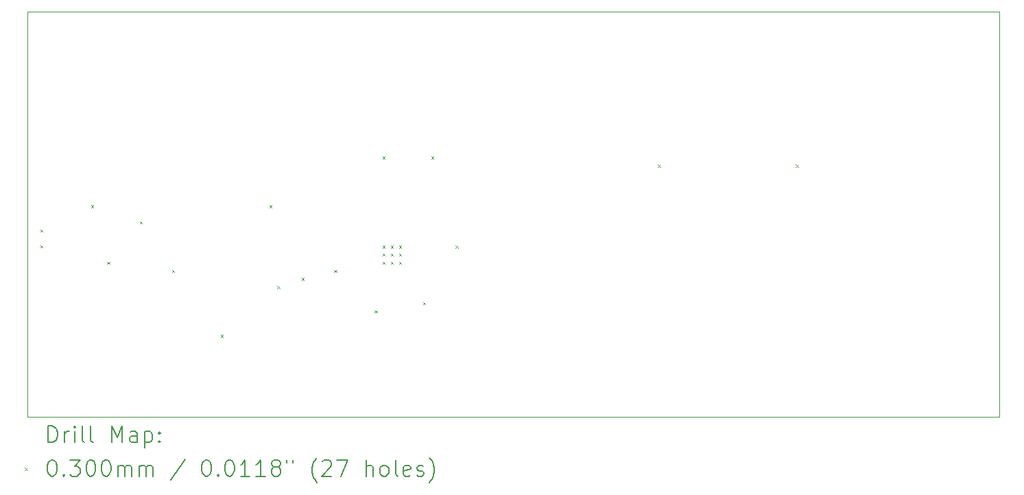
<source format=gbr>
%TF.GenerationSoftware,KiCad,Pcbnew,8.0.4*%
%TF.CreationDate,2024-11-13T20:22:53-08:00*%
%TF.ProjectId,Butterfly_v0,42757474-6572-4666-9c79-5f76302e6b69,rev?*%
%TF.SameCoordinates,Original*%
%TF.FileFunction,Drillmap*%
%TF.FilePolarity,Positive*%
%FSLAX45Y45*%
G04 Gerber Fmt 4.5, Leading zero omitted, Abs format (unit mm)*
G04 Created by KiCad (PCBNEW 8.0.4) date 2024-11-13 20:22:53*
%MOMM*%
%LPD*%
G01*
G04 APERTURE LIST*
%ADD10C,0.050000*%
%ADD11C,0.200000*%
%ADD12C,0.100000*%
G04 APERTURE END LIST*
D10*
X5000000Y-5000000D02*
X17000000Y-5000000D01*
X17000000Y-10000000D01*
X5000000Y-10000000D01*
X5000000Y-5000000D01*
D11*
D12*
X5160000Y-7688750D02*
X5190000Y-7718750D01*
X5190000Y-7688750D02*
X5160000Y-7718750D01*
X5160000Y-7881250D02*
X5190000Y-7911250D01*
X5190000Y-7881250D02*
X5160000Y-7911250D01*
X5785000Y-7385000D02*
X5815000Y-7415000D01*
X5815000Y-7385000D02*
X5785000Y-7415000D01*
X5985000Y-8085000D02*
X6015000Y-8115000D01*
X6015000Y-8085000D02*
X5985000Y-8115000D01*
X6385000Y-7585000D02*
X6415000Y-7615000D01*
X6415000Y-7585000D02*
X6385000Y-7615000D01*
X6785000Y-8185000D02*
X6815000Y-8215000D01*
X6815000Y-8185000D02*
X6785000Y-8215000D01*
X7385000Y-8985000D02*
X7415000Y-9015000D01*
X7415000Y-8985000D02*
X7385000Y-9015000D01*
X7985000Y-7385000D02*
X8015000Y-7415000D01*
X8015000Y-7385000D02*
X7985000Y-7415000D01*
X8085000Y-8385000D02*
X8115000Y-8415000D01*
X8115000Y-8385000D02*
X8085000Y-8415000D01*
X8385000Y-8285000D02*
X8415000Y-8315000D01*
X8415000Y-8285000D02*
X8385000Y-8315000D01*
X8785000Y-8185000D02*
X8815000Y-8215000D01*
X8815000Y-8185000D02*
X8785000Y-8215000D01*
X9285000Y-8685000D02*
X9315000Y-8715000D01*
X9315000Y-8685000D02*
X9285000Y-8715000D01*
X9385000Y-6785000D02*
X9415000Y-6815000D01*
X9415000Y-6785000D02*
X9385000Y-6815000D01*
X9385000Y-7885000D02*
X9415000Y-7915000D01*
X9415000Y-7885000D02*
X9385000Y-7915000D01*
X9385000Y-7985000D02*
X9415000Y-8015000D01*
X9415000Y-7985000D02*
X9385000Y-8015000D01*
X9385000Y-8085000D02*
X9415000Y-8115000D01*
X9415000Y-8085000D02*
X9385000Y-8115000D01*
X9485000Y-7885000D02*
X9515000Y-7915000D01*
X9515000Y-7885000D02*
X9485000Y-7915000D01*
X9485000Y-7985000D02*
X9515000Y-8015000D01*
X9515000Y-7985000D02*
X9485000Y-8015000D01*
X9485000Y-8085000D02*
X9515000Y-8115000D01*
X9515000Y-8085000D02*
X9485000Y-8115000D01*
X9585000Y-7885000D02*
X9615000Y-7915000D01*
X9615000Y-7885000D02*
X9585000Y-7915000D01*
X9585000Y-7985000D02*
X9615000Y-8015000D01*
X9615000Y-7985000D02*
X9585000Y-8015000D01*
X9585000Y-8085000D02*
X9615000Y-8115000D01*
X9615000Y-8085000D02*
X9585000Y-8115000D01*
X9885000Y-8585000D02*
X9915000Y-8615000D01*
X9915000Y-8585000D02*
X9885000Y-8615000D01*
X9985000Y-6785000D02*
X10015000Y-6815000D01*
X10015000Y-6785000D02*
X9985000Y-6815000D01*
X10285000Y-7885000D02*
X10315000Y-7915000D01*
X10315000Y-7885000D02*
X10285000Y-7915000D01*
X12785000Y-6885000D02*
X12815000Y-6915000D01*
X12815000Y-6885000D02*
X12785000Y-6915000D01*
X14485000Y-6885000D02*
X14515000Y-6915000D01*
X14515000Y-6885000D02*
X14485000Y-6915000D01*
D11*
X5258277Y-10313984D02*
X5258277Y-10113984D01*
X5258277Y-10113984D02*
X5305896Y-10113984D01*
X5305896Y-10113984D02*
X5334467Y-10123508D01*
X5334467Y-10123508D02*
X5353515Y-10142555D01*
X5353515Y-10142555D02*
X5363039Y-10161603D01*
X5363039Y-10161603D02*
X5372563Y-10199698D01*
X5372563Y-10199698D02*
X5372563Y-10228270D01*
X5372563Y-10228270D02*
X5363039Y-10266365D01*
X5363039Y-10266365D02*
X5353515Y-10285412D01*
X5353515Y-10285412D02*
X5334467Y-10304460D01*
X5334467Y-10304460D02*
X5305896Y-10313984D01*
X5305896Y-10313984D02*
X5258277Y-10313984D01*
X5458277Y-10313984D02*
X5458277Y-10180650D01*
X5458277Y-10218746D02*
X5467801Y-10199698D01*
X5467801Y-10199698D02*
X5477324Y-10190174D01*
X5477324Y-10190174D02*
X5496372Y-10180650D01*
X5496372Y-10180650D02*
X5515420Y-10180650D01*
X5582086Y-10313984D02*
X5582086Y-10180650D01*
X5582086Y-10113984D02*
X5572563Y-10123508D01*
X5572563Y-10123508D02*
X5582086Y-10133031D01*
X5582086Y-10133031D02*
X5591610Y-10123508D01*
X5591610Y-10123508D02*
X5582086Y-10113984D01*
X5582086Y-10113984D02*
X5582086Y-10133031D01*
X5705896Y-10313984D02*
X5686848Y-10304460D01*
X5686848Y-10304460D02*
X5677324Y-10285412D01*
X5677324Y-10285412D02*
X5677324Y-10113984D01*
X5810658Y-10313984D02*
X5791610Y-10304460D01*
X5791610Y-10304460D02*
X5782086Y-10285412D01*
X5782086Y-10285412D02*
X5782086Y-10113984D01*
X6039229Y-10313984D02*
X6039229Y-10113984D01*
X6039229Y-10113984D02*
X6105896Y-10256841D01*
X6105896Y-10256841D02*
X6172562Y-10113984D01*
X6172562Y-10113984D02*
X6172562Y-10313984D01*
X6353515Y-10313984D02*
X6353515Y-10209222D01*
X6353515Y-10209222D02*
X6343991Y-10190174D01*
X6343991Y-10190174D02*
X6324943Y-10180650D01*
X6324943Y-10180650D02*
X6286848Y-10180650D01*
X6286848Y-10180650D02*
X6267801Y-10190174D01*
X6353515Y-10304460D02*
X6334467Y-10313984D01*
X6334467Y-10313984D02*
X6286848Y-10313984D01*
X6286848Y-10313984D02*
X6267801Y-10304460D01*
X6267801Y-10304460D02*
X6258277Y-10285412D01*
X6258277Y-10285412D02*
X6258277Y-10266365D01*
X6258277Y-10266365D02*
X6267801Y-10247317D01*
X6267801Y-10247317D02*
X6286848Y-10237793D01*
X6286848Y-10237793D02*
X6334467Y-10237793D01*
X6334467Y-10237793D02*
X6353515Y-10228270D01*
X6448753Y-10180650D02*
X6448753Y-10380650D01*
X6448753Y-10190174D02*
X6467801Y-10180650D01*
X6467801Y-10180650D02*
X6505896Y-10180650D01*
X6505896Y-10180650D02*
X6524943Y-10190174D01*
X6524943Y-10190174D02*
X6534467Y-10199698D01*
X6534467Y-10199698D02*
X6543991Y-10218746D01*
X6543991Y-10218746D02*
X6543991Y-10275889D01*
X6543991Y-10275889D02*
X6534467Y-10294936D01*
X6534467Y-10294936D02*
X6524943Y-10304460D01*
X6524943Y-10304460D02*
X6505896Y-10313984D01*
X6505896Y-10313984D02*
X6467801Y-10313984D01*
X6467801Y-10313984D02*
X6448753Y-10304460D01*
X6629705Y-10294936D02*
X6639229Y-10304460D01*
X6639229Y-10304460D02*
X6629705Y-10313984D01*
X6629705Y-10313984D02*
X6620182Y-10304460D01*
X6620182Y-10304460D02*
X6629705Y-10294936D01*
X6629705Y-10294936D02*
X6629705Y-10313984D01*
X6629705Y-10190174D02*
X6639229Y-10199698D01*
X6639229Y-10199698D02*
X6629705Y-10209222D01*
X6629705Y-10209222D02*
X6620182Y-10199698D01*
X6620182Y-10199698D02*
X6629705Y-10190174D01*
X6629705Y-10190174D02*
X6629705Y-10209222D01*
D12*
X4967500Y-10627500D02*
X4997500Y-10657500D01*
X4997500Y-10627500D02*
X4967500Y-10657500D01*
D11*
X5296372Y-10533984D02*
X5315420Y-10533984D01*
X5315420Y-10533984D02*
X5334467Y-10543508D01*
X5334467Y-10543508D02*
X5343991Y-10553031D01*
X5343991Y-10553031D02*
X5353515Y-10572079D01*
X5353515Y-10572079D02*
X5363039Y-10610174D01*
X5363039Y-10610174D02*
X5363039Y-10657793D01*
X5363039Y-10657793D02*
X5353515Y-10695889D01*
X5353515Y-10695889D02*
X5343991Y-10714936D01*
X5343991Y-10714936D02*
X5334467Y-10724460D01*
X5334467Y-10724460D02*
X5315420Y-10733984D01*
X5315420Y-10733984D02*
X5296372Y-10733984D01*
X5296372Y-10733984D02*
X5277324Y-10724460D01*
X5277324Y-10724460D02*
X5267801Y-10714936D01*
X5267801Y-10714936D02*
X5258277Y-10695889D01*
X5258277Y-10695889D02*
X5248753Y-10657793D01*
X5248753Y-10657793D02*
X5248753Y-10610174D01*
X5248753Y-10610174D02*
X5258277Y-10572079D01*
X5258277Y-10572079D02*
X5267801Y-10553031D01*
X5267801Y-10553031D02*
X5277324Y-10543508D01*
X5277324Y-10543508D02*
X5296372Y-10533984D01*
X5448753Y-10714936D02*
X5458277Y-10724460D01*
X5458277Y-10724460D02*
X5448753Y-10733984D01*
X5448753Y-10733984D02*
X5439229Y-10724460D01*
X5439229Y-10724460D02*
X5448753Y-10714936D01*
X5448753Y-10714936D02*
X5448753Y-10733984D01*
X5524944Y-10533984D02*
X5648753Y-10533984D01*
X5648753Y-10533984D02*
X5582086Y-10610174D01*
X5582086Y-10610174D02*
X5610658Y-10610174D01*
X5610658Y-10610174D02*
X5629705Y-10619698D01*
X5629705Y-10619698D02*
X5639229Y-10629222D01*
X5639229Y-10629222D02*
X5648753Y-10648270D01*
X5648753Y-10648270D02*
X5648753Y-10695889D01*
X5648753Y-10695889D02*
X5639229Y-10714936D01*
X5639229Y-10714936D02*
X5629705Y-10724460D01*
X5629705Y-10724460D02*
X5610658Y-10733984D01*
X5610658Y-10733984D02*
X5553515Y-10733984D01*
X5553515Y-10733984D02*
X5534467Y-10724460D01*
X5534467Y-10724460D02*
X5524944Y-10714936D01*
X5772562Y-10533984D02*
X5791610Y-10533984D01*
X5791610Y-10533984D02*
X5810658Y-10543508D01*
X5810658Y-10543508D02*
X5820182Y-10553031D01*
X5820182Y-10553031D02*
X5829705Y-10572079D01*
X5829705Y-10572079D02*
X5839229Y-10610174D01*
X5839229Y-10610174D02*
X5839229Y-10657793D01*
X5839229Y-10657793D02*
X5829705Y-10695889D01*
X5829705Y-10695889D02*
X5820182Y-10714936D01*
X5820182Y-10714936D02*
X5810658Y-10724460D01*
X5810658Y-10724460D02*
X5791610Y-10733984D01*
X5791610Y-10733984D02*
X5772562Y-10733984D01*
X5772562Y-10733984D02*
X5753515Y-10724460D01*
X5753515Y-10724460D02*
X5743991Y-10714936D01*
X5743991Y-10714936D02*
X5734467Y-10695889D01*
X5734467Y-10695889D02*
X5724943Y-10657793D01*
X5724943Y-10657793D02*
X5724943Y-10610174D01*
X5724943Y-10610174D02*
X5734467Y-10572079D01*
X5734467Y-10572079D02*
X5743991Y-10553031D01*
X5743991Y-10553031D02*
X5753515Y-10543508D01*
X5753515Y-10543508D02*
X5772562Y-10533984D01*
X5963039Y-10533984D02*
X5982086Y-10533984D01*
X5982086Y-10533984D02*
X6001134Y-10543508D01*
X6001134Y-10543508D02*
X6010658Y-10553031D01*
X6010658Y-10553031D02*
X6020182Y-10572079D01*
X6020182Y-10572079D02*
X6029705Y-10610174D01*
X6029705Y-10610174D02*
X6029705Y-10657793D01*
X6029705Y-10657793D02*
X6020182Y-10695889D01*
X6020182Y-10695889D02*
X6010658Y-10714936D01*
X6010658Y-10714936D02*
X6001134Y-10724460D01*
X6001134Y-10724460D02*
X5982086Y-10733984D01*
X5982086Y-10733984D02*
X5963039Y-10733984D01*
X5963039Y-10733984D02*
X5943991Y-10724460D01*
X5943991Y-10724460D02*
X5934467Y-10714936D01*
X5934467Y-10714936D02*
X5924943Y-10695889D01*
X5924943Y-10695889D02*
X5915420Y-10657793D01*
X5915420Y-10657793D02*
X5915420Y-10610174D01*
X5915420Y-10610174D02*
X5924943Y-10572079D01*
X5924943Y-10572079D02*
X5934467Y-10553031D01*
X5934467Y-10553031D02*
X5943991Y-10543508D01*
X5943991Y-10543508D02*
X5963039Y-10533984D01*
X6115420Y-10733984D02*
X6115420Y-10600650D01*
X6115420Y-10619698D02*
X6124943Y-10610174D01*
X6124943Y-10610174D02*
X6143991Y-10600650D01*
X6143991Y-10600650D02*
X6172563Y-10600650D01*
X6172563Y-10600650D02*
X6191610Y-10610174D01*
X6191610Y-10610174D02*
X6201134Y-10629222D01*
X6201134Y-10629222D02*
X6201134Y-10733984D01*
X6201134Y-10629222D02*
X6210658Y-10610174D01*
X6210658Y-10610174D02*
X6229705Y-10600650D01*
X6229705Y-10600650D02*
X6258277Y-10600650D01*
X6258277Y-10600650D02*
X6277324Y-10610174D01*
X6277324Y-10610174D02*
X6286848Y-10629222D01*
X6286848Y-10629222D02*
X6286848Y-10733984D01*
X6382086Y-10733984D02*
X6382086Y-10600650D01*
X6382086Y-10619698D02*
X6391610Y-10610174D01*
X6391610Y-10610174D02*
X6410658Y-10600650D01*
X6410658Y-10600650D02*
X6439229Y-10600650D01*
X6439229Y-10600650D02*
X6458277Y-10610174D01*
X6458277Y-10610174D02*
X6467801Y-10629222D01*
X6467801Y-10629222D02*
X6467801Y-10733984D01*
X6467801Y-10629222D02*
X6477324Y-10610174D01*
X6477324Y-10610174D02*
X6496372Y-10600650D01*
X6496372Y-10600650D02*
X6524943Y-10600650D01*
X6524943Y-10600650D02*
X6543991Y-10610174D01*
X6543991Y-10610174D02*
X6553515Y-10629222D01*
X6553515Y-10629222D02*
X6553515Y-10733984D01*
X6943991Y-10524460D02*
X6772563Y-10781603D01*
X7201134Y-10533984D02*
X7220182Y-10533984D01*
X7220182Y-10533984D02*
X7239229Y-10543508D01*
X7239229Y-10543508D02*
X7248753Y-10553031D01*
X7248753Y-10553031D02*
X7258277Y-10572079D01*
X7258277Y-10572079D02*
X7267801Y-10610174D01*
X7267801Y-10610174D02*
X7267801Y-10657793D01*
X7267801Y-10657793D02*
X7258277Y-10695889D01*
X7258277Y-10695889D02*
X7248753Y-10714936D01*
X7248753Y-10714936D02*
X7239229Y-10724460D01*
X7239229Y-10724460D02*
X7220182Y-10733984D01*
X7220182Y-10733984D02*
X7201134Y-10733984D01*
X7201134Y-10733984D02*
X7182086Y-10724460D01*
X7182086Y-10724460D02*
X7172563Y-10714936D01*
X7172563Y-10714936D02*
X7163039Y-10695889D01*
X7163039Y-10695889D02*
X7153515Y-10657793D01*
X7153515Y-10657793D02*
X7153515Y-10610174D01*
X7153515Y-10610174D02*
X7163039Y-10572079D01*
X7163039Y-10572079D02*
X7172563Y-10553031D01*
X7172563Y-10553031D02*
X7182086Y-10543508D01*
X7182086Y-10543508D02*
X7201134Y-10533984D01*
X7353515Y-10714936D02*
X7363039Y-10724460D01*
X7363039Y-10724460D02*
X7353515Y-10733984D01*
X7353515Y-10733984D02*
X7343991Y-10724460D01*
X7343991Y-10724460D02*
X7353515Y-10714936D01*
X7353515Y-10714936D02*
X7353515Y-10733984D01*
X7486848Y-10533984D02*
X7505896Y-10533984D01*
X7505896Y-10533984D02*
X7524944Y-10543508D01*
X7524944Y-10543508D02*
X7534467Y-10553031D01*
X7534467Y-10553031D02*
X7543991Y-10572079D01*
X7543991Y-10572079D02*
X7553515Y-10610174D01*
X7553515Y-10610174D02*
X7553515Y-10657793D01*
X7553515Y-10657793D02*
X7543991Y-10695889D01*
X7543991Y-10695889D02*
X7534467Y-10714936D01*
X7534467Y-10714936D02*
X7524944Y-10724460D01*
X7524944Y-10724460D02*
X7505896Y-10733984D01*
X7505896Y-10733984D02*
X7486848Y-10733984D01*
X7486848Y-10733984D02*
X7467801Y-10724460D01*
X7467801Y-10724460D02*
X7458277Y-10714936D01*
X7458277Y-10714936D02*
X7448753Y-10695889D01*
X7448753Y-10695889D02*
X7439229Y-10657793D01*
X7439229Y-10657793D02*
X7439229Y-10610174D01*
X7439229Y-10610174D02*
X7448753Y-10572079D01*
X7448753Y-10572079D02*
X7458277Y-10553031D01*
X7458277Y-10553031D02*
X7467801Y-10543508D01*
X7467801Y-10543508D02*
X7486848Y-10533984D01*
X7743991Y-10733984D02*
X7629706Y-10733984D01*
X7686848Y-10733984D02*
X7686848Y-10533984D01*
X7686848Y-10533984D02*
X7667801Y-10562555D01*
X7667801Y-10562555D02*
X7648753Y-10581603D01*
X7648753Y-10581603D02*
X7629706Y-10591127D01*
X7934467Y-10733984D02*
X7820182Y-10733984D01*
X7877325Y-10733984D02*
X7877325Y-10533984D01*
X7877325Y-10533984D02*
X7858277Y-10562555D01*
X7858277Y-10562555D02*
X7839229Y-10581603D01*
X7839229Y-10581603D02*
X7820182Y-10591127D01*
X8048753Y-10619698D02*
X8029706Y-10610174D01*
X8029706Y-10610174D02*
X8020182Y-10600650D01*
X8020182Y-10600650D02*
X8010658Y-10581603D01*
X8010658Y-10581603D02*
X8010658Y-10572079D01*
X8010658Y-10572079D02*
X8020182Y-10553031D01*
X8020182Y-10553031D02*
X8029706Y-10543508D01*
X8029706Y-10543508D02*
X8048753Y-10533984D01*
X8048753Y-10533984D02*
X8086848Y-10533984D01*
X8086848Y-10533984D02*
X8105896Y-10543508D01*
X8105896Y-10543508D02*
X8115420Y-10553031D01*
X8115420Y-10553031D02*
X8124944Y-10572079D01*
X8124944Y-10572079D02*
X8124944Y-10581603D01*
X8124944Y-10581603D02*
X8115420Y-10600650D01*
X8115420Y-10600650D02*
X8105896Y-10610174D01*
X8105896Y-10610174D02*
X8086848Y-10619698D01*
X8086848Y-10619698D02*
X8048753Y-10619698D01*
X8048753Y-10619698D02*
X8029706Y-10629222D01*
X8029706Y-10629222D02*
X8020182Y-10638746D01*
X8020182Y-10638746D02*
X8010658Y-10657793D01*
X8010658Y-10657793D02*
X8010658Y-10695889D01*
X8010658Y-10695889D02*
X8020182Y-10714936D01*
X8020182Y-10714936D02*
X8029706Y-10724460D01*
X8029706Y-10724460D02*
X8048753Y-10733984D01*
X8048753Y-10733984D02*
X8086848Y-10733984D01*
X8086848Y-10733984D02*
X8105896Y-10724460D01*
X8105896Y-10724460D02*
X8115420Y-10714936D01*
X8115420Y-10714936D02*
X8124944Y-10695889D01*
X8124944Y-10695889D02*
X8124944Y-10657793D01*
X8124944Y-10657793D02*
X8115420Y-10638746D01*
X8115420Y-10638746D02*
X8105896Y-10629222D01*
X8105896Y-10629222D02*
X8086848Y-10619698D01*
X8201134Y-10533984D02*
X8201134Y-10572079D01*
X8277325Y-10533984D02*
X8277325Y-10572079D01*
X8572563Y-10810174D02*
X8563039Y-10800650D01*
X8563039Y-10800650D02*
X8543991Y-10772079D01*
X8543991Y-10772079D02*
X8534468Y-10753031D01*
X8534468Y-10753031D02*
X8524944Y-10724460D01*
X8524944Y-10724460D02*
X8515420Y-10676841D01*
X8515420Y-10676841D02*
X8515420Y-10638746D01*
X8515420Y-10638746D02*
X8524944Y-10591127D01*
X8524944Y-10591127D02*
X8534468Y-10562555D01*
X8534468Y-10562555D02*
X8543991Y-10543508D01*
X8543991Y-10543508D02*
X8563039Y-10514936D01*
X8563039Y-10514936D02*
X8572563Y-10505412D01*
X8639230Y-10553031D02*
X8648753Y-10543508D01*
X8648753Y-10543508D02*
X8667801Y-10533984D01*
X8667801Y-10533984D02*
X8715420Y-10533984D01*
X8715420Y-10533984D02*
X8734468Y-10543508D01*
X8734468Y-10543508D02*
X8743991Y-10553031D01*
X8743991Y-10553031D02*
X8753515Y-10572079D01*
X8753515Y-10572079D02*
X8753515Y-10591127D01*
X8753515Y-10591127D02*
X8743991Y-10619698D01*
X8743991Y-10619698D02*
X8629706Y-10733984D01*
X8629706Y-10733984D02*
X8753515Y-10733984D01*
X8820182Y-10533984D02*
X8953515Y-10533984D01*
X8953515Y-10533984D02*
X8867801Y-10733984D01*
X9182087Y-10733984D02*
X9182087Y-10533984D01*
X9267801Y-10733984D02*
X9267801Y-10629222D01*
X9267801Y-10629222D02*
X9258277Y-10610174D01*
X9258277Y-10610174D02*
X9239230Y-10600650D01*
X9239230Y-10600650D02*
X9210658Y-10600650D01*
X9210658Y-10600650D02*
X9191611Y-10610174D01*
X9191611Y-10610174D02*
X9182087Y-10619698D01*
X9391611Y-10733984D02*
X9372563Y-10724460D01*
X9372563Y-10724460D02*
X9363039Y-10714936D01*
X9363039Y-10714936D02*
X9353515Y-10695889D01*
X9353515Y-10695889D02*
X9353515Y-10638746D01*
X9353515Y-10638746D02*
X9363039Y-10619698D01*
X9363039Y-10619698D02*
X9372563Y-10610174D01*
X9372563Y-10610174D02*
X9391611Y-10600650D01*
X9391611Y-10600650D02*
X9420182Y-10600650D01*
X9420182Y-10600650D02*
X9439230Y-10610174D01*
X9439230Y-10610174D02*
X9448753Y-10619698D01*
X9448753Y-10619698D02*
X9458277Y-10638746D01*
X9458277Y-10638746D02*
X9458277Y-10695889D01*
X9458277Y-10695889D02*
X9448753Y-10714936D01*
X9448753Y-10714936D02*
X9439230Y-10724460D01*
X9439230Y-10724460D02*
X9420182Y-10733984D01*
X9420182Y-10733984D02*
X9391611Y-10733984D01*
X9572563Y-10733984D02*
X9553515Y-10724460D01*
X9553515Y-10724460D02*
X9543992Y-10705412D01*
X9543992Y-10705412D02*
X9543992Y-10533984D01*
X9724944Y-10724460D02*
X9705896Y-10733984D01*
X9705896Y-10733984D02*
X9667801Y-10733984D01*
X9667801Y-10733984D02*
X9648753Y-10724460D01*
X9648753Y-10724460D02*
X9639230Y-10705412D01*
X9639230Y-10705412D02*
X9639230Y-10629222D01*
X9639230Y-10629222D02*
X9648753Y-10610174D01*
X9648753Y-10610174D02*
X9667801Y-10600650D01*
X9667801Y-10600650D02*
X9705896Y-10600650D01*
X9705896Y-10600650D02*
X9724944Y-10610174D01*
X9724944Y-10610174D02*
X9734468Y-10629222D01*
X9734468Y-10629222D02*
X9734468Y-10648270D01*
X9734468Y-10648270D02*
X9639230Y-10667317D01*
X9810658Y-10724460D02*
X9829706Y-10733984D01*
X9829706Y-10733984D02*
X9867801Y-10733984D01*
X9867801Y-10733984D02*
X9886849Y-10724460D01*
X9886849Y-10724460D02*
X9896373Y-10705412D01*
X9896373Y-10705412D02*
X9896373Y-10695889D01*
X9896373Y-10695889D02*
X9886849Y-10676841D01*
X9886849Y-10676841D02*
X9867801Y-10667317D01*
X9867801Y-10667317D02*
X9839230Y-10667317D01*
X9839230Y-10667317D02*
X9820182Y-10657793D01*
X9820182Y-10657793D02*
X9810658Y-10638746D01*
X9810658Y-10638746D02*
X9810658Y-10629222D01*
X9810658Y-10629222D02*
X9820182Y-10610174D01*
X9820182Y-10610174D02*
X9839230Y-10600650D01*
X9839230Y-10600650D02*
X9867801Y-10600650D01*
X9867801Y-10600650D02*
X9886849Y-10610174D01*
X9963039Y-10810174D02*
X9972563Y-10800650D01*
X9972563Y-10800650D02*
X9991611Y-10772079D01*
X9991611Y-10772079D02*
X10001134Y-10753031D01*
X10001134Y-10753031D02*
X10010658Y-10724460D01*
X10010658Y-10724460D02*
X10020182Y-10676841D01*
X10020182Y-10676841D02*
X10020182Y-10638746D01*
X10020182Y-10638746D02*
X10010658Y-10591127D01*
X10010658Y-10591127D02*
X10001134Y-10562555D01*
X10001134Y-10562555D02*
X9991611Y-10543508D01*
X9991611Y-10543508D02*
X9972563Y-10514936D01*
X9972563Y-10514936D02*
X9963039Y-10505412D01*
M02*

</source>
